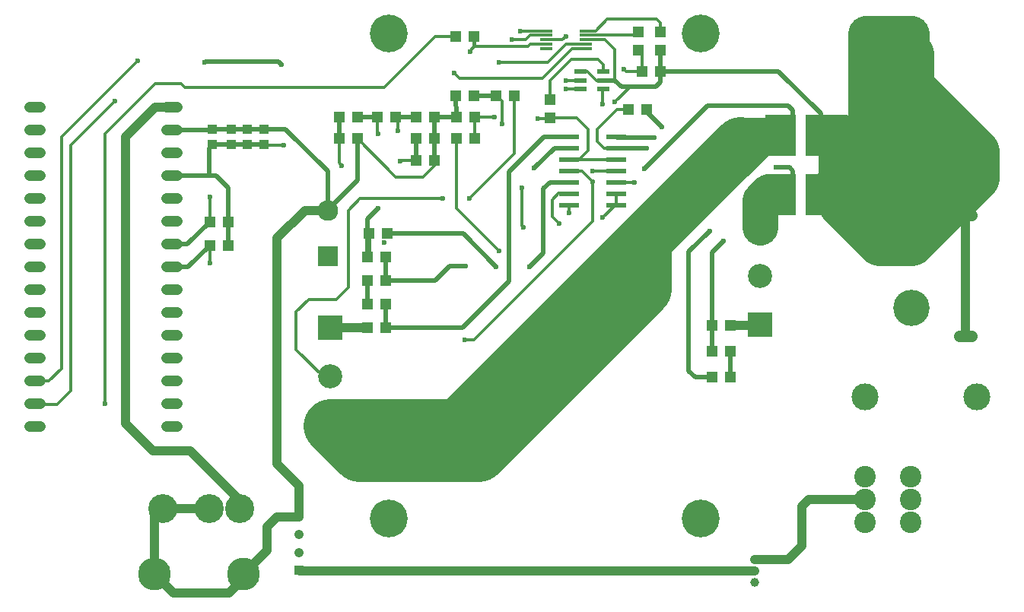
<source format=gbr>
G04 EAGLE Gerber RS-274X export*
G75*
%MOMM*%
%FSLAX34Y34*%
%LPD*%
%INBottom Copper*%
%IPPOS*%
%AMOC8*
5,1,8,0,0,1.08239X$1,22.5*%
G01*
%ADD10R,2.200000X0.600000*%
%ADD11R,1.080000X1.050000*%
%ADD12C,4.050000*%
%ADD13C,1.300000*%
%ADD14C,4.200000*%
%ADD15C,3.231150*%
%ADD16C,3.653000*%
%ADD17C,1.200000*%
%ADD18C,2.400000*%
%ADD19R,1.400000X0.600000*%
%ADD20R,1.050000X1.050000*%
%ADD21C,1.050000*%
%ADD22R,2.690000X2.690000*%
%ADD23C,2.690000*%
%ADD24R,3.400000X4.600000*%
%ADD25C,1.000000*%
%ADD26C,3.000000*%
%ADD27R,1.400000X0.300000*%
%ADD28R,1.300000X1.200000*%
%ADD29R,1.200000X1.300000*%
%ADD30R,2.295000X2.295000*%
%ADD31C,2.295000*%
%ADD32C,0.500000*%
%ADD33C,0.600000*%
%ADD34C,0.300000*%
%ADD35C,1.000000*%
%ADD36C,0.508000*%
%ADD37C,4.000000*%
%ADD38C,3.000000*%
%ADD39C,5.000000*%
%ADD40C,6.000000*%


D10*
X632880Y570520D03*
X632880Y507020D03*
X632880Y583220D03*
X632880Y557820D03*
X632880Y545120D03*
X580880Y507020D03*
X632880Y519720D03*
X632880Y532420D03*
X580880Y519720D03*
X580880Y532420D03*
X580880Y545120D03*
X580880Y557820D03*
X580880Y570520D03*
X580880Y583220D03*
D11*
X223000Y591750D03*
X223000Y574250D03*
X241000Y591750D03*
X241000Y574250D03*
X204840Y591790D03*
X204840Y574290D03*
X184000Y591750D03*
X184000Y574250D03*
D12*
X961850Y392200D03*
X961850Y464200D03*
D13*
X1015350Y360700D02*
X1028350Y360700D01*
X1028350Y495700D02*
X1015350Y495700D01*
D14*
X380060Y157942D03*
X380060Y697942D03*
X726900Y698000D03*
X726900Y158000D03*
D15*
X214520Y168940D03*
X128520Y168940D03*
X180520Y168940D03*
D16*
X119520Y95940D03*
X218520Y95940D03*
D17*
X145020Y260050D02*
X133020Y260050D01*
X133020Y285450D02*
X145020Y285450D01*
X145020Y310850D02*
X133020Y310850D01*
X133020Y336250D02*
X145020Y336250D01*
X145020Y361650D02*
X133020Y361650D01*
X133020Y387050D02*
X145020Y387050D01*
X145020Y412450D02*
X133020Y412450D01*
X133020Y437850D02*
X145020Y437850D01*
X145020Y463250D02*
X133020Y463250D01*
X133020Y488650D02*
X145020Y488650D01*
X145020Y514050D02*
X133020Y514050D01*
X133020Y539450D02*
X145020Y539450D01*
X-7380Y260050D02*
X-19380Y260050D01*
X-19380Y285450D02*
X-7380Y285450D01*
X-7380Y310850D02*
X-19380Y310850D01*
X-19380Y463250D02*
X-7380Y463250D01*
X-7380Y488650D02*
X-19380Y488650D01*
X-19380Y514050D02*
X-7380Y514050D01*
X-7380Y539450D02*
X-19380Y539450D01*
X-19380Y615650D02*
X-7380Y615650D01*
X133020Y615650D02*
X145020Y615650D01*
X145020Y590250D02*
X133020Y590250D01*
X133020Y564850D02*
X145020Y564850D01*
X-7380Y590250D02*
X-19380Y590250D01*
X-19380Y564850D02*
X-7380Y564850D01*
X-7380Y336250D02*
X-19380Y336250D01*
X-19380Y437850D02*
X-7380Y437850D01*
X-7380Y412450D02*
X-19380Y412450D01*
X-19380Y387050D02*
X-7380Y387050D01*
X-7380Y361650D02*
X-19380Y361650D01*
D18*
X910140Y204260D03*
X910140Y178860D03*
X910140Y153460D03*
X960940Y153460D03*
X960940Y178860D03*
X960940Y204260D03*
X910640Y697740D03*
X910640Y672340D03*
X910640Y646940D03*
X961440Y646940D03*
X961440Y672340D03*
X961440Y697740D03*
D19*
X618500Y655500D03*
X618500Y646000D03*
X618500Y636500D03*
X593500Y636500D03*
X593500Y646000D03*
X593500Y655500D03*
D20*
X280500Y100000D03*
D21*
X280500Y120000D03*
X280500Y140000D03*
X280500Y160000D03*
D22*
X314550Y370600D03*
D23*
X314550Y316000D03*
X314550Y261400D03*
D22*
X793450Y373400D03*
D23*
X793450Y428000D03*
X793450Y482600D03*
D24*
X861000Y519000D03*
X816000Y519000D03*
X861000Y585000D03*
X816000Y585000D03*
D25*
X787000Y112000D03*
X787000Y99300D03*
X787000Y86600D03*
D26*
X910000Y566500D03*
X1035000Y566500D03*
X910000Y293000D03*
X1035000Y293000D03*
D27*
X599000Y701000D03*
X599000Y696000D03*
X599000Y691000D03*
X599000Y686000D03*
X599000Y681000D03*
X555000Y681000D03*
X555000Y686000D03*
X555000Y691000D03*
X555000Y696000D03*
X555000Y701000D03*
D28*
X682000Y679840D03*
X682000Y700160D03*
D29*
X682160Y656000D03*
X661840Y656000D03*
D28*
X658000Y679840D03*
X658000Y700160D03*
D29*
X201160Y488000D03*
X180840Y488000D03*
X201160Y462000D03*
X180840Y462000D03*
X520160Y629000D03*
X499840Y629000D03*
X475160Y629000D03*
X454840Y629000D03*
X455840Y581000D03*
X476160Y581000D03*
X455840Y605000D03*
X476160Y605000D03*
X431160Y605000D03*
X410840Y605000D03*
X431160Y581000D03*
X410840Y581000D03*
X739840Y344000D03*
X760160Y344000D03*
X377160Y397000D03*
X356840Y397000D03*
X410840Y557000D03*
X431160Y557000D03*
D28*
X560000Y603840D03*
X560000Y624160D03*
D29*
X345160Y581000D03*
X324840Y581000D03*
X357840Y475000D03*
X378160Y475000D03*
X324840Y605000D03*
X345160Y605000D03*
X367840Y605000D03*
X388160Y605000D03*
X646840Y613000D03*
X667160Y613000D03*
X377160Y449000D03*
X356840Y449000D03*
X377160Y423000D03*
X356840Y423000D03*
X739840Y315000D03*
X760160Y315000D03*
D30*
X312000Y450000D03*
D31*
X312000Y500800D03*
D29*
X454840Y695000D03*
X475160Y695000D03*
X377160Y370000D03*
X356840Y370000D03*
X739840Y373000D03*
X760160Y373000D03*
D32*
X580880Y583220D02*
X553220Y583220D01*
X514000Y544000D02*
X514000Y422000D01*
X462000Y370000D01*
X377160Y370000D01*
X514000Y544000D02*
X553220Y583220D01*
X377160Y397000D02*
X377160Y370000D01*
X377160Y423000D02*
X377160Y449000D01*
X377160Y423000D02*
X432000Y423000D01*
X448000Y439000D02*
X466000Y439000D01*
X448000Y439000D02*
X432000Y423000D01*
D33*
X466000Y439000D03*
X542000Y548000D03*
D32*
X564520Y570520D01*
X580880Y570520D01*
X324840Y581000D02*
X324840Y605000D01*
D34*
X324840Y581000D02*
X324840Y554160D01*
X328000Y551000D01*
D33*
X328000Y551000D03*
X528000Y526000D03*
D34*
X528000Y484000D01*
X530000Y482000D01*
D33*
X530000Y482000D03*
X570000Y486000D03*
D34*
X562000Y494000D01*
X562000Y513000D02*
X569000Y520000D01*
X580600Y520000D01*
X580880Y519720D01*
X562000Y513000D02*
X562000Y494000D01*
D32*
X367840Y605000D02*
X345160Y605000D01*
D34*
X367840Y605000D02*
X367840Y586160D01*
X368000Y586000D01*
D33*
X368000Y586000D03*
X581000Y498000D03*
D34*
X580880Y498120D01*
X580880Y507020D01*
D32*
X499840Y629000D02*
X475160Y629000D01*
D34*
X632880Y532420D02*
X653580Y532420D01*
X654000Y532000D01*
D33*
X654000Y532000D03*
X506000Y597000D03*
D34*
X506000Y622840D01*
X499840Y629000D01*
D35*
X847130Y178860D02*
X910140Y178860D01*
D34*
X348000Y514000D02*
X335000Y501000D01*
X335000Y415000D02*
X322000Y402000D01*
X291000Y402000D01*
X335000Y415000D02*
X335000Y501000D01*
X291000Y402000D02*
X277000Y388000D01*
X277000Y346000D01*
X307000Y316000D01*
X314550Y316000D01*
X470000Y514000D02*
X520160Y564160D01*
D33*
X470000Y514000D03*
X440000Y514000D03*
D34*
X348000Y514000D01*
X520160Y564160D02*
X520160Y629000D01*
D35*
X847130Y178860D02*
X840000Y171730D01*
X840000Y127300D01*
X824700Y112000D02*
X787000Y112000D01*
X824700Y112000D02*
X840000Y127300D01*
D32*
X356840Y397000D02*
X356840Y423000D01*
D34*
X618500Y655500D02*
X618500Y663500D01*
X613000Y669000D01*
X583000Y669000D01*
X560000Y646000D01*
X560000Y624160D01*
D32*
X410840Y605000D02*
X388160Y605000D01*
D34*
X584000Y681000D02*
X599000Y681000D01*
X584000Y681000D02*
X551000Y648000D01*
X459000Y648000D01*
X453000Y654000D01*
D33*
X453000Y654000D03*
X390000Y590000D03*
D34*
X390000Y603160D01*
X388160Y605000D01*
X577000Y686000D02*
X599000Y686000D01*
X476160Y605000D02*
X476160Y581000D01*
X476160Y605000D02*
X498000Y605000D01*
D33*
X498000Y605000D03*
X503000Y666000D03*
D34*
X557000Y666000D01*
X577000Y686000D01*
D36*
X205010Y574120D02*
X204840Y574290D01*
D32*
X188200Y539450D02*
X180000Y539450D01*
X180000Y570250D02*
X184000Y574250D01*
X180000Y570250D02*
X180000Y539450D01*
X139020Y539450D01*
X184000Y574250D02*
X204800Y574250D01*
X204840Y574290D01*
X222960Y574290D01*
X223000Y574250D01*
X241000Y574250D01*
X201160Y488000D02*
X201160Y462000D01*
X201160Y488000D02*
X201160Y526490D01*
X188200Y539450D01*
D34*
X658000Y679840D02*
X661840Y676000D01*
X661840Y656000D01*
X644000Y656000D01*
X642000Y658000D01*
D33*
X642000Y658000D03*
X618000Y619000D03*
D34*
X618000Y636000D01*
X618500Y636500D01*
X607120Y545120D02*
X632880Y545120D01*
X607120Y545120D02*
X607000Y545000D01*
D33*
X607000Y545000D03*
D34*
X573000Y691000D02*
X555000Y691000D01*
X573000Y691000D02*
X577000Y695000D01*
D33*
X577000Y695000D03*
X263000Y574000D03*
D34*
X241250Y574000D01*
X241000Y574250D01*
X632880Y519720D02*
X632880Y507020D01*
X455840Y503160D02*
X455840Y581000D01*
X455840Y503160D02*
X503000Y456000D01*
D33*
X503000Y456000D03*
X618000Y493000D03*
D34*
X632020Y507020D01*
X632880Y507020D01*
D32*
X463000Y475000D02*
X378160Y475000D01*
X463000Y475000D02*
X499450Y438550D01*
D33*
X499450Y438550D03*
X537000Y438000D03*
D32*
X552000Y453000D01*
X552000Y525000D01*
X559420Y532420D01*
X580880Y532420D01*
D37*
X910640Y697740D02*
X961440Y697740D01*
X961440Y672340D02*
X910640Y672340D01*
X910640Y646940D02*
X910640Y697740D01*
X910640Y646940D02*
X961440Y646940D01*
X961440Y675000D01*
X961440Y697740D01*
X911280Y566500D02*
X1035000Y566500D01*
X932700Y464200D01*
X910000Y486900D02*
X910000Y566500D01*
X910000Y486900D02*
X932700Y464200D01*
X947500Y529000D02*
X997500Y529000D01*
X972580Y585000D02*
X910640Y646940D01*
X930500Y587000D02*
X979000Y587000D01*
X910640Y567140D02*
X910640Y646940D01*
D35*
X221580Y94000D02*
X219640Y95940D01*
X218520Y95940D01*
X119520Y95940D02*
X119520Y159940D01*
X128520Y168940D01*
X180520Y168940D01*
X245000Y122420D02*
X218520Y95940D01*
X245000Y122420D02*
X245000Y149000D01*
X256000Y160000D01*
X280500Y160000D01*
D33*
X932700Y464200D03*
X961440Y640060D03*
D38*
X932700Y464200D02*
X915800Y464200D01*
X861000Y519000D01*
X861000Y525000D01*
X910640Y574640D01*
X910640Y646940D01*
X911280Y566500D02*
X911280Y550500D01*
X879780Y519000D01*
X861000Y519000D01*
X861000Y585000D02*
X870000Y585000D01*
X878000Y593000D01*
X887000Y593000D01*
X887000Y577000D01*
X897500Y566500D01*
X910000Y566500D01*
X911280Y566500D01*
D32*
X861000Y585000D02*
X861000Y609000D01*
X431160Y581000D02*
X431160Y557000D01*
X431160Y581000D02*
X431160Y605000D01*
X455840Y605000D01*
X454840Y629000D01*
X204800Y591750D02*
X184000Y591750D01*
X204800Y591750D02*
X204840Y591790D01*
X184000Y591750D02*
X182500Y590250D01*
X139020Y590250D01*
X204840Y591790D02*
X222960Y591790D01*
X223000Y591750D01*
X241000Y591750D01*
X265250Y591750D01*
X312000Y545000D01*
X312000Y500800D01*
X618500Y646000D02*
X632000Y646000D01*
X639000Y639000D01*
X650000Y639000D01*
X677000Y639000D01*
X682160Y644160D02*
X682160Y656000D01*
X682160Y644160D02*
X677000Y639000D01*
X682160Y656000D02*
X814000Y656000D01*
X861000Y609000D01*
X682000Y656160D02*
X682000Y679840D01*
X682000Y656160D02*
X682160Y656000D01*
D34*
X682000Y679840D02*
X679160Y679840D01*
X601500Y655500D02*
X593500Y655500D01*
X601500Y655500D02*
X611000Y646000D01*
X618500Y646000D01*
X594880Y545120D02*
X580880Y545120D01*
X594880Y545120D02*
X607000Y533000D01*
D33*
X607000Y533000D03*
X632000Y622000D03*
D34*
X649000Y639000D01*
X650000Y639000D01*
X388160Y538000D02*
X345160Y581000D01*
X388160Y538000D02*
X418000Y538000D01*
X431160Y551160D01*
X431160Y557000D01*
D35*
X280500Y194500D02*
X280500Y160000D01*
X280500Y194500D02*
X256000Y219000D01*
X256000Y432000D01*
X256000Y470000D01*
X287000Y501000D01*
X311800Y501000D01*
X312000Y500800D01*
D32*
X345160Y534360D02*
X345160Y581000D01*
X345160Y534360D02*
X311800Y501000D01*
D34*
X607000Y489000D02*
X607000Y533000D01*
X607000Y489000D02*
X475000Y357000D01*
X465000Y357000D01*
D33*
X465000Y357000D03*
D34*
X599000Y691000D02*
X621000Y691000D01*
X632000Y680000D01*
X632000Y646000D01*
D37*
X935000Y491050D02*
X961850Y464200D01*
X935000Y491050D02*
X935000Y550000D01*
X918500Y566500D01*
X910000Y566500D01*
X932700Y464200D02*
X961850Y464200D01*
X987350Y489700D01*
X987350Y507298D01*
X1035000Y554948D02*
X1035000Y566500D01*
X1035000Y554948D02*
X987350Y507298D01*
D33*
X256000Y432000D03*
D35*
X1021850Y495700D02*
X1021850Y360700D01*
X990350Y464200D02*
X1021850Y495700D01*
X990350Y464200D02*
X961850Y464200D01*
X1016150Y490000D02*
X1021850Y495700D01*
X1016150Y490000D02*
X1005000Y490000D01*
X1005000Y505000D01*
X1015000Y505000D01*
X1035000Y525000D01*
X1035000Y554948D01*
X1021850Y501850D02*
X1021850Y495700D01*
X1021850Y501850D02*
X1035000Y515000D01*
X1035000Y566500D01*
X140460Y75000D02*
X119520Y95940D01*
X202580Y75000D02*
X221580Y94000D01*
X202580Y75000D02*
X140460Y75000D01*
D39*
X961850Y464200D02*
X1035000Y537350D01*
X1035000Y566500D01*
X961440Y640060D01*
X961440Y675000D01*
X961850Y464200D02*
X926450Y464200D01*
X882650Y508000D01*
X882650Y572650D01*
X887000Y577000D01*
D32*
X180840Y488000D02*
X156090Y463250D01*
X139020Y463250D01*
D34*
X527000Y701000D02*
X555000Y701000D01*
D33*
X527000Y701000D03*
X577000Y646000D03*
D34*
X593500Y646000D01*
X180840Y515840D02*
X180840Y488000D01*
X180840Y515840D02*
X181000Y516000D01*
D33*
X181000Y516000D03*
D32*
X180840Y462000D02*
X156690Y437850D01*
X139020Y437850D01*
D33*
X517000Y691000D03*
D34*
X537257Y696000D02*
X555000Y696000D01*
X532257Y691000D02*
X517000Y691000D01*
X532257Y691000D02*
X537257Y696000D01*
D33*
X577000Y636000D03*
D34*
X593000Y636000D01*
X593500Y636500D01*
D33*
X181000Y442000D03*
D34*
X180840Y442160D01*
X180840Y462000D01*
D35*
X214520Y178480D02*
X214520Y168940D01*
X159500Y233500D02*
X117500Y233500D01*
X87000Y264000D01*
X159500Y233500D02*
X214520Y178480D01*
X87000Y264000D02*
X87000Y583000D01*
X120000Y616000D01*
X138670Y616000D01*
X139020Y615650D01*
X552900Y99300D02*
X787000Y99300D01*
X552900Y99300D02*
X281200Y99300D01*
X280500Y100000D01*
D33*
X552900Y99300D03*
D34*
X475160Y684000D02*
X475160Y695000D01*
X535257Y684000D02*
X537257Y686000D01*
X555000Y686000D01*
X535257Y684000D02*
X475160Y684000D01*
X476160Y694000D02*
X475160Y695000D01*
X476160Y694000D02*
X476160Y684160D01*
X471000Y679000D01*
X471000Y678000D01*
D33*
X471000Y678000D03*
D34*
X599000Y701000D02*
X610000Y701000D01*
X623000Y714000D01*
X678000Y714000D01*
X682000Y710000D01*
X682000Y700160D01*
X658000Y700160D02*
X653840Y696000D01*
X599000Y696000D01*
X454840Y695000D02*
X432000Y695000D01*
X375000Y638000D01*
X280000Y638000D01*
X278000Y638000D01*
X153000Y638000D01*
X149000Y642000D01*
X120000Y642000D01*
X64000Y586000D02*
X64000Y286000D01*
D33*
X64000Y286000D03*
D34*
X64000Y586000D02*
X120000Y642000D01*
D37*
X793450Y512450D02*
X793450Y482600D01*
X793450Y512450D02*
X803000Y522000D01*
D38*
X789000Y511000D02*
X789000Y487050D01*
X793450Y482600D01*
X808000Y511000D02*
X816000Y519000D01*
X808000Y511000D02*
X789000Y511000D01*
D32*
X810000Y519000D02*
X816000Y519000D01*
X810000Y519000D02*
X783000Y519000D01*
D33*
X684000Y594000D03*
D32*
X667160Y610840D01*
X667160Y613000D01*
D33*
X811500Y549000D03*
D32*
X826000Y549000D01*
X830000Y545000D01*
X830000Y539000D02*
X810000Y519000D01*
X830000Y539000D02*
X830000Y545000D01*
D38*
X816000Y585000D02*
X800000Y585000D01*
D37*
X797000Y585000D02*
X781000Y585000D01*
X797000Y585000D02*
X800000Y585000D01*
D40*
X771000Y575350D02*
X771000Y575000D01*
X771000Y575350D02*
X680500Y484850D01*
X457050Y261400D01*
X314550Y261400D01*
D37*
X771000Y575000D02*
X781000Y585000D01*
D32*
X357840Y475000D02*
X357840Y450000D01*
X356840Y449000D01*
X356840Y491840D01*
X368000Y503000D01*
D33*
X368000Y503000D03*
D32*
X649750Y469750D02*
X664850Y484850D01*
X680500Y484850D01*
D33*
X665000Y547500D03*
D32*
X735000Y617500D01*
X825000Y617500D02*
X830000Y612500D01*
X830000Y599000D01*
X816000Y585000D01*
X825000Y617500D02*
X735000Y617500D01*
D40*
X346950Y229000D02*
X314550Y261400D01*
X346950Y229000D02*
X480000Y229000D01*
X665000Y414000D01*
X665000Y453000D01*
D37*
X797000Y585000D01*
D32*
X739840Y315000D02*
X721000Y315000D01*
X714000Y322000D01*
X714000Y455000D01*
X737000Y478000D01*
D33*
X737000Y478000D03*
X667000Y570000D03*
D32*
X633400Y570000D01*
X632880Y570520D01*
D34*
X634000Y613000D02*
X646840Y613000D01*
X634000Y613000D02*
X612000Y591000D01*
X612000Y578000D01*
X619480Y570520D02*
X632880Y570520D01*
X619480Y570520D02*
X612000Y578000D01*
D32*
X760160Y344000D02*
X760160Y315000D01*
X739840Y373000D02*
X739840Y453840D01*
X753000Y467000D01*
D33*
X753000Y467000D03*
X676000Y582000D03*
D32*
X634100Y582000D01*
X632880Y583220D01*
X739840Y373000D02*
X739840Y344000D01*
X410840Y557000D02*
X410840Y581000D01*
D34*
X560000Y603840D02*
X589160Y603840D01*
X602000Y591000D01*
X602000Y568000D01*
X591820Y557820D02*
X580880Y557820D01*
X591820Y557820D02*
X602000Y568000D01*
X580880Y557820D02*
X632880Y557820D01*
X410840Y557000D02*
X394000Y557000D01*
X393000Y556000D01*
D33*
X393000Y556000D03*
X546000Y603000D03*
D34*
X559160Y603000D01*
X560000Y603840D01*
D33*
X375000Y465000D03*
D35*
X356840Y370000D02*
X315150Y370000D01*
X314550Y370600D01*
X793050Y373000D02*
X793450Y373400D01*
X793050Y373000D02*
X760160Y373000D01*
D33*
X75000Y623000D03*
D34*
X26000Y574000D01*
X26000Y300000D02*
X11000Y285000D01*
X-12930Y285000D01*
X-13380Y285450D01*
X26000Y300000D02*
X26000Y574000D01*
D33*
X101000Y668000D03*
D34*
X16000Y583000D01*
X16000Y325000D01*
X1850Y310850D01*
X-13380Y310850D01*
D33*
X175000Y666000D03*
D32*
X176000Y667000D02*
X257000Y667000D01*
X176000Y667000D02*
X175000Y666000D01*
X257000Y667000D02*
X261000Y663000D01*
D33*
X261000Y663000D03*
M02*

</source>
